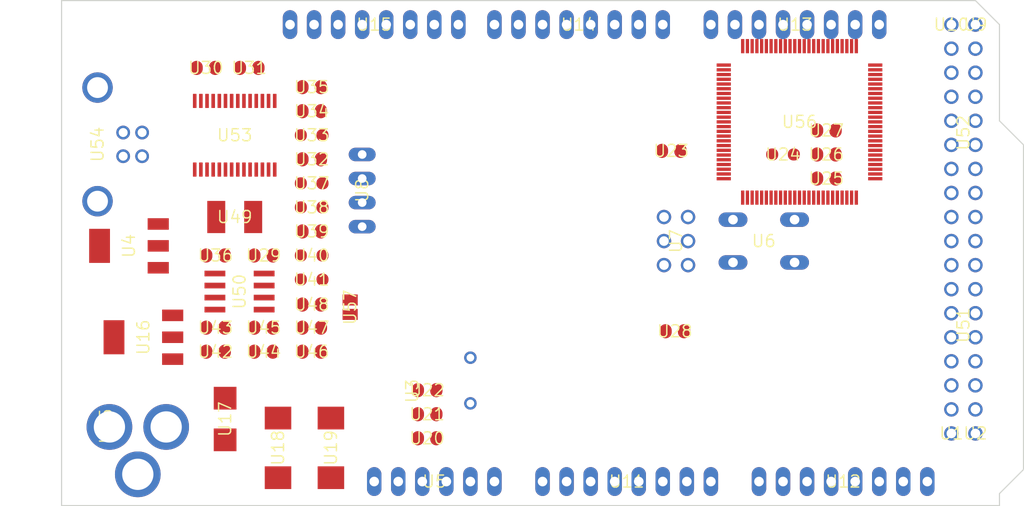
<source format=kicad_pcb>
(kicad_pcb (version 20221018) (generator pcbnew)
  (layers (0 "F.Cu" signal "Top") (31 "B.Cu" signal "Bottom") (34 "B.Paste" user) (35 "F.Paste" user) (36 "B.SilkS" user "B.Silkscreen") (37 "F.SilkS" user "F.Silkscreen") (38 "B.Mask" user) (39 "F.Mask" user) (44 "Edge.Cuts" user))
  (net 0 "")
  (net 1 "+5V")
  (net 2 "GND")
  (net 3 "N$6")
  (net 4 "N$7")
  (net 5 "AREF")
  (net 6 "RESET")
  (net 7 "VIN")
  (net 8 "N$3")
  (net 9 "PWRIN")
  (net 10 "M8RXD")
  (net 11 "M8TXD")
  (net 12 "ADC0")
  (net 13 "ADC2")
  (net 14 "ADC1")
  (net 15 "ADC3")
  (net 16 "ADC4")
  (net 17 "ADC5")
  (net 18 "ADC6")
  (net 19 "ADC7")
  (net 20 "+3V3")
  (net 21 "SDA")
  (net 22 "SCL")
  (net 23 "ADC9")
  (net 24 "ADC8")
  (net 25 "ADC10")
  (net 26 "ADC11")
  (net 27 "ADC12")
  (net 28 "ADC13")
  (net 29 "ADC14")
  (net 30 "ADC15")
  (net 31 "PB3")
  (net 32 "PB2")
  (net 33 "PB1")
  (net 34 "PB5")
  (net 35 "PB4")
  (net 36 "PE5")
  (net 37 "PE4")
  (net 38 "PE3")
  (net 39 "PE1")
  (net 40 "PE0")
  (net 41 "N$15")
  (net 42 "N$53")
  (net 43 "N$54")
  (net 44 "N$55")
  (net 45 "D-")
  (net 46 "D+")
  (net 47 "N$60")
  (net 48 "DTR")
  (net 49 "USBVCC")
  (net 50 "N$2")
  (net 51 "N$4")
  (net 52 "GATE_CMD")
  (net 53 "CMP")
  (net 54 "PB6")
  (net 55 "PH3")
  (net 56 "PH4")
  (net 57 "PH5")
  (net 58 "PH6")
  (net 59 "PG5")
  (net 60 "RXD1")
  (net 61 "TXD1")
  (net 62 "RXD2")
  (net 63 "RXD3")
  (net 64 "TXD2")
  (net 65 "TXD3")
  (net 66 "PC0")
  (net 67 "PC1")
  (net 68 "PC2")
  (net 69 "PC3")
  (net 70 "PC4")
  (net 71 "PC5")
  (net 72 "PC6")
  (net 73 "PC7")
  (net 74 "PB0")
  (net 75 "PG0")
  (net 76 "PG1")
  (net 77 "PG2")
  (net 78 "PD7")
  (net 79 "PA0")
  (net 80 "PA1")
  (net 81 "PA2")
  (net 82 "PA3")
  (net 83 "PA4")
  (net 84 "PA5")
  (net 85 "PA6")
  (net 86 "PA7")
  (net 87 "PL0")
  (net 88 "PL1")
  (net 89 "PL2")
  (net 90 "PL3")
  (net 91 "PL4")
  (net 92 "PL5")
  (net 93 "PL6")
  (net 94 "PL7")
  (net 95 "PB7")
  (net 96 "CTS")
  (net 97 "DSR")
  (net 98 "DCD")
  (net 99 "RI")
  (footprint "Arduino_MEGA_Reference_Design:2X03" (layer "F.Cu") (at 162.5981 103.7336 -90)
    (fp_text reference "U7")
    (fp_text value "")
  )
  (footprint "Arduino_MEGA_Reference_Design:1X08" (layer "F.Cu") (at 152.3111 80.8736 180)
    (fp_text reference "U14")
    (fp_text value "")
  )
  (footprint "Arduino_MEGA_Reference_Design:1X08" (layer "F.Cu") (at 130.7211 80.8736 180)
    (fp_text reference "U15")
    (fp_text value "")
  )
  (footprint "Arduino_MEGA_Reference_Design:SMC_D" (layer "F.Cu") (at 120.5611 125.5776 -90)
    (fp_text reference "U18")
    (fp_text value "")
  )
  (footprint "Arduino_MEGA_Reference_Design:SMC_D" (layer "F.Cu") (at 126.1491 125.5776 -90)
    (fp_text reference "U19")
    (fp_text value "")
  )
  (footprint "Arduino_MEGA_Reference_Design:B3F-10XX" (layer "F.Cu") (at 171.8691 103.7336 180)
    (fp_text reference "U6")
    (fp_text value "")
  )
  (footprint "Arduino_MEGA_Reference_Design:0805RND" (layer "F.Cu") (at 173.9011 94.5896 180)
    (fp_text reference "U24")
    (fp_text value "")
  )
  (footprint "Arduino_MEGA_Reference_Design:SMB" (layer "F.Cu") (at 114.9731 122.5296 -90)
    (fp_text reference "U17")
    (fp_text value "")
  )
  (footprint "Arduino_MEGA_Reference_Design:DC-21MM" (layer "F.Cu") (at 103.0351 123.2916 90)
    (fp_text reference "U55")
    (fp_text value "")
  )
  (footprint "Arduino_MEGA_Reference_Design:HC49_S" (layer "F.Cu") (at 140.8811 118.4656 90)
    (fp_text reference "U3")
    (fp_text value "")
  )
  (footprint "Arduino_MEGA_Reference_Design:SOT223" (layer "F.Cu") (at 106.3371 113.8936 90)
    (fp_text reference "U16")
    (fp_text value "")
  )
  (footprint "Arduino_MEGA_Reference_Design:1X06" (layer "F.Cu") (at 137.0711 129.1336)
    (fp_text reference "U5")
    (fp_text value "")
  )
  (footprint "Arduino_MEGA_Reference_Design:C0805RND" (layer "F.Cu") (at 124.1171 87.4776)
    (fp_text reference "U35")
    (fp_text value "")
  )
  (footprint "Arduino_MEGA_Reference_Design:C0805RND" (layer "F.Cu") (at 162.4711 113.2586)
    (fp_text reference "U28")
    (fp_text value "")
  )
  (footprint "Arduino_MEGA_Reference_Design:C0805RND" (layer "F.Cu") (at 136.3091 122.0216)
    (fp_text reference "U21")
    (fp_text value "")
  )
  (footprint "Arduino_MEGA_Reference_Design:C0805RND" (layer "F.Cu") (at 136.3091 119.4816)
    (fp_text reference "U22")
    (fp_text value "")
  )
  (footprint "Arduino_MEGA_Reference_Design:C0805RND" (layer "F.Cu") (at 113.9571 112.8776)
    (fp_text reference "U43")
    (fp_text value "")
  )
  (footprint "Arduino_MEGA_Reference_Design:RCL_0805RND" (layer "F.Cu") (at 124.1171 105.2576)
    (fp_text reference "U40")
    (fp_text value "")
  )
  (footprint "Arduino_MEGA_Reference_Design:RCL_0805RND" (layer "F.Cu") (at 124.1171 107.7976)
    (fp_text reference "U41")
    (fp_text value "")
  )
  (footprint "Arduino_MEGA_Reference_Design:1X08" (layer "F.Cu") (at 157.3911 129.1336)
    (fp_text reference "U11")
    (fp_text value "")
  )
  (footprint "Arduino_MEGA_Reference_Design:1X08" (layer "F.Cu") (at 175.1711 80.8736 180)
    (fp_text reference "U13")
    (fp_text value "")
  )
  (footprint "Arduino_MEGA_Reference_Design:R0805RND" (layer "F.Cu") (at 178.4731 94.5896 180)
    (fp_text reference "U26")
    (fp_text value "")
  )
  (footprint "Arduino_MEGA_Reference_Design:R0805RND" (layer "F.Cu") (at 178.4731 92.0496 180)
    (fp_text reference "U27")
    (fp_text value "")
  )
  (footprint "Arduino_MEGA_Reference_Design:TQFP100" (layer "F.Cu") (at 175.6405029296875 91.14759826660156 0)
    (fp_text reference "U56")
    (fp_text value "")
  )
  (footprint "Arduino_MEGA_Reference_Design:C0805RND" (layer "F.Cu") (at 162.0901 94.2086 180)
    (fp_text reference "U23")
    (fp_text value "")
  )
  (footprint "Arduino_MEGA_Reference_Design:C0805RND" (layer "F.Cu") (at 136.3091 124.5616)
    (fp_text reference "U20")
    (fp_text value "")
  )
  (footprint "Arduino_MEGA_Reference_Design:1X08" (layer "F.Cu") (at 180.2511 129.1336)
    (fp_text reference "U12")
    (fp_text value "")
  )
  (footprint "Arduino_MEGA_Reference_Design:R0805RND" (layer "F.Cu") (at 124.1171 112.8776)
    (fp_text reference "U47")
    (fp_text value "")
  )
  (footprint "Arduino_MEGA_Reference_Design:C0805RND" (layer "F.Cu") (at 124.1171 115.4176)
    (fp_text reference "U46")
    (fp_text value "")
  )
  (footprint "Arduino_MEGA_Reference_Design:C0805RND" (layer "F.Cu") (at 113.9571 105.2576)
    (fp_text reference "U36")
    (fp_text value "")
  )
  (footprint "Arduino_MEGA_Reference_Design:C0805RND" (layer "F.Cu") (at 112.9411 85.4456)
    (fp_text reference "U30")
    (fp_text value "")
  )
  (footprint "Arduino_MEGA_Reference_Design:0805RND" (layer "F.Cu") (at 124.1171 100.1776 180)
    (fp_text reference "U38")
    (fp_text value "")
  )
  (footprint "Arduino_MEGA_Reference_Design:0805RND" (layer "F.Cu") (at 124.1171 97.6376 180)
    (fp_text reference "U37")
    (fp_text value "")
  )
  (footprint "Arduino_MEGA_Reference_Design:R0805RND" (layer "F.Cu") (at 124.1171 95.0976)
    (fp_text reference "U32")
    (fp_text value "")
  )
  (footprint "Arduino_MEGA_Reference_Design:R0805RND" (layer "F.Cu") (at 124.1171 102.7176)
    (fp_text reference "U39")
    (fp_text value "")
  )
  (footprint "Arduino_MEGA_Reference_Design:SSOP28" (layer "F.Cu") (at 115.9891 92.5576)
    (fp_text reference "U53")
    (fp_text value "")
  )
  (footprint "Arduino_MEGA_Reference_Design:PN61729" (layer "F.Cu") (at 98.9584 93.5228 -90)
    (fp_text reference "U54")
    (fp_text value "")
  )
  (footprint "Arduino_MEGA_Reference_Design:L1812" (layer "F.Cu") (at 115.9891 101.1936)
    (fp_text reference "U49")
    (fp_text value "")
  )
  (footprint "Arduino_MEGA_Reference_Design:C0805RND" (layer "F.Cu") (at 117.5131 85.4456)
    (fp_text reference "U31")
    (fp_text value "")
  )
  (footprint "Arduino_MEGA_Reference_Design:0805RND" (layer "F.Cu") (at 124.1171 92.5576 180)
    (fp_text reference "U33")
    (fp_text value "")
  )
  (footprint "Arduino_MEGA_Reference_Design:R0805RND" (layer "F.Cu") (at 124.1171 90.0176 180)
    (fp_text reference "U34")
    (fp_text value "")
  )
  (footprint "Arduino_MEGA_Reference_Design:C0805RND" (layer "F.Cu") (at 124.1171 110.4392 180)
    (fp_text reference "U48")
    (fp_text value "")
  )
  (footprint "Arduino_MEGA_Reference_Design:SOT223" (layer "F.Cu") (at 104.8131 104.2416 90)
    (fp_text reference "U4")
    (fp_text value "")
  )
  (footprint "Arduino_MEGA_Reference_Design:SO08" (layer "F.Cu") (at 116.4971 109.0676 -90)
    (fp_text reference "U50")
    (fp_text value "")
  )
  (footprint "Arduino_MEGA_Reference_Design:R0805RND" (layer "F.Cu") (at 113.9571 115.4176 180)
    (fp_text reference "U42")
    (fp_text value "")
  )
  (footprint "Arduino_MEGA_Reference_Design:R0805RND" (layer "F.Cu") (at 119.0371 112.8776 180)
    (fp_text reference "U45")
    (fp_text value "")
  )
  (footprint "Arduino_MEGA_Reference_Design:C0805RND" (layer "F.Cu") (at 119.0371 115.4176 180)
    (fp_text reference "U44")
    (fp_text value "")
  )
  (footprint "Arduino_MEGA_Reference_Design:C0805RND" (layer "F.Cu") (at 119.0371 105.2576)
    (fp_text reference "U29")
    (fp_text value "")
  )
  (footprint "Arduino_MEGA_Reference_Design:2X08" (layer "F.Cu") (at 192.9511 92.3036 90)
    (fp_text reference "U52")
    (fp_text value "")
  )
  (footprint "Arduino_MEGA_Reference_Design:2X08" (layer "F.Cu") (at 192.9511 112.6236 90)
    (fp_text reference "U51")
    (fp_text value "")
  )
  (footprint "Arduino_MEGA_Reference_Design:R0805RND" (layer "F.Cu") (at 178.4731 97.1296 180)
    (fp_text reference "U25")
    (fp_text value "")
  )
  (footprint "Arduino_MEGA_Reference_Design:1X01" (layer "F.Cu") (at 191.6811 80.8736)
    (fp_text reference "U10")
    (fp_text value "")
  )
  (footprint "Arduino_MEGA_Reference_Design:1X01" (layer "F.Cu") (at 194.2211 80.8736)
    (fp_text reference "U9")
    (fp_text value "")
  )
  (footprint "Arduino_MEGA_Reference_Design:1X01" (layer "F.Cu") (at 191.6811 124.0536)
    (fp_text reference "U1")
    (fp_text value "")
  )
  (footprint "Arduino_MEGA_Reference_Design:1X01" (layer "F.Cu") (at 194.2211 124.0536)
    (fp_text reference "U2")
    (fp_text value "")
  )
  (footprint "Arduino_MEGA_Reference_Design:SJ" (layer "F.Cu") (at 128.1811 110.7186 -90)
    (fp_text reference "U57")
    (fp_text value "")
  )
  (footprint "Arduino_MEGA_Reference_Design:JP4" (layer "F.Cu") (at 129.4511 98.3996 -90)
    (fp_text reference "U8")
    (fp_text value "")
  )
  (gr_line (start 196.7611 80.8736) (end 196.7611 91.0336) (layer "Edge.Cuts") (width 0.12))
  (gr_line (start 196.7611 130.4036) (end 196.7611 131.6736) (layer "Edge.Cuts") (width 0.12))
  (gr_line (start 194.2211 78.3336) (end 196.7611 80.8736) (layer "Edge.Cuts") (width 0.12))
  (gr_line (start 97.7011 78.3336) (end 194.2211 78.3336) (layer "Edge.Cuts") (width 0.12))
  (gr_line (start 196.7611 91.0336) (end 199.3011 93.5736) (layer "Edge.Cuts") (width 0.12))
  (gr_line (start 97.7011 131.6736) (end 97.7011 78.3336) (layer "Edge.Cuts") (width 0.12))
  (gr_line (start 196.7611 131.6736) (end 97.7011 131.6736) (layer "Edge.Cuts") (width 0.12))
  (gr_line (start 199.3011 93.5736) (end 199.3011 127.8636) (layer "Edge.Cuts") (width 0.12))
  (gr_line (start 199.3011 127.8636) (end 196.7611 130.4036) (layer "Edge.Cuts") (width 0.12))
)
</source>
